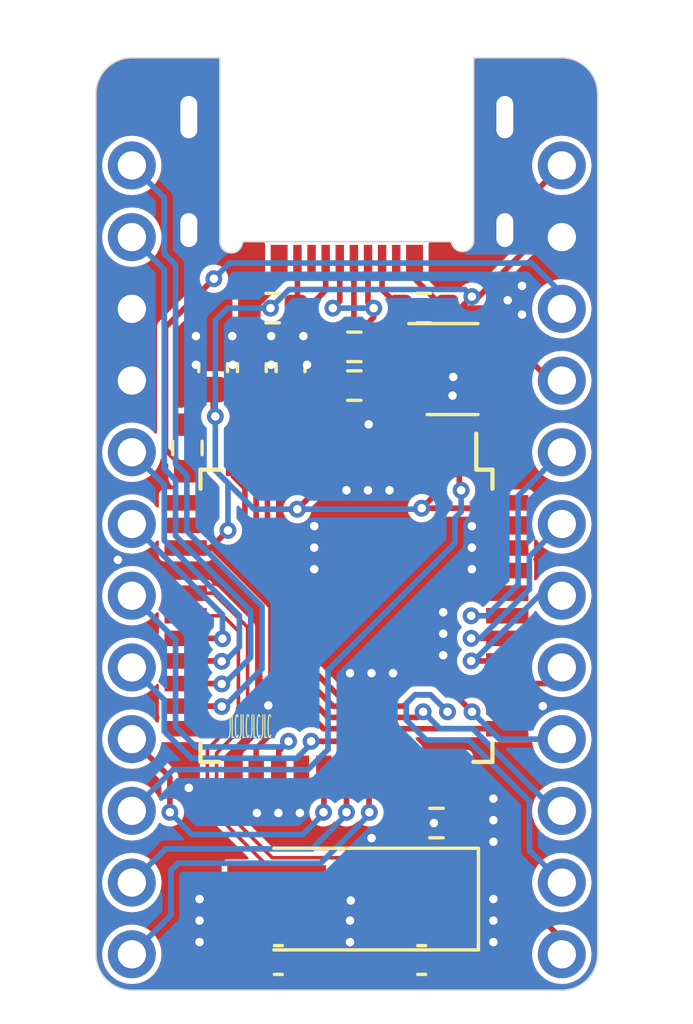
<source format=kicad_pcb>
(kicad_pcb (version 20221018) (generator pcbnew)
  (layers (0 "F.Cu" signal) (31 "B.Cu" signal) (34 "B.Paste" user) (35 "F.Paste" user) (36 "B.SilkS" user "B.Silkscreen") (37 "F.SilkS" user "F.Silkscreen") (38 "B.Mask" user) (39 "F.Mask" user) (44 "Edge.Cuts" user))
  (net 0 "")
  (net 1 "GND")
  (net 2 "Net-(C1-Pad1)")
  (net 3 "D3")
  (net 4 "D2")
  (net 5 "D1")
  (net 6 "D0")
  (net 7 "D4")
  (net 8 "C6")
  (net 9 "D7")
  (net 10 "E6")
  (net 11 "B4")
  (net 12 "B5")
  (net 13 "+5V")
  (net 14 "RESET")
  (net 15 "F4")
  (net 16 "F5")
  (net 17 "F6")
  (net 18 "F7")
  (net 19 "B1")
  (net 20 "B3")
  (net 21 "B2")
  (net 22 "B6")
  (net 23 "Net-(J3-PadB8)")
  (net 24 "Net-(J3-PadA5)")
  (net 25 "Net-(J3-PadA7)")
  (net 26 "Net-(J3-PadA6)")
  (net 27 "Net-(J3-PadA8)")
  (net 28 "Net-(J3-PadB5)")
  (net 29 "Net-(R3-Pad2)")
  (net 30 "Net-(R5-Pad1)")
  (net 31 "Net-(R6-Pad2)")
  (net 32 "Net-(U3-Pad42)")
  (net 33 "Net-(U3-Pad41)")
  (net 34 "Net-(U3-Pad40)")
  (net 35 "Net-(U3-Pad32)")
  (net 36 "Net-(U3-Pad26)")
  (net 37 "Net-(U3-Pad22)")
  (net 38 "Net-(U3-Pad12)")
  (net 39 "Net-(U3-Pad8)")
  (net 40 "Net-(C2-Pad2)")
  (net 41 "Net-(C3-Pad1)")
  (net 42 "Net-(U2-Pad6)")
  (net 43 "Net-(U2-Pad4)")
  (footprint "Capacitor_SMD:C_0603_1608Metric" (layer "F.Cu") (at 148.0058 94.4626 90)
    (fp_text reference "C1" hide)
    (fp_text value "1u")
  )
  (footprint "Capacitor_SMD:C_0603_1608Metric" (layer "F.Cu") (at 145.2626 94.4626 -90)
    (fp_text reference "C4" hide)
    (fp_text value "0.1u")
  )
  (footprint "Connector_PinSocket_2.54mm:PinSocket_1x12_P2.54mm_Vertical" (layer "F.Cu") (at 142.38 115.24 180)
    (fp_text reference "J1" hide)
    (fp_text value "Conn_01x12")
  )
  (footprint "Resistor_SMD:R_0603_1608Metric" (layer "F.Cu") (at 152.7302 92.3544 180)
    (fp_text reference "R1" hide)
    (fp_text value "5.1k")
  )
  (footprint "Connector_PinSocket_2.54mm:PinSocket_1x12_P2.54mm_Vertical" (layer "F.Cu") (at 157.62 115.24 180)
    (fp_text reference "J2" hide)
    (fp_text value "Conn_01x12")
  )
  (footprint "Package_QFP:TQFP-44_10x10mm_P0.8mm" (layer "F.Cu") (at 149.987 103.251 -90)
    (fp_text reference "U3" hide)
    (fp_text value "ATmega32U4RC-AU")
  )
  (footprint "Capacitor_SMD:C_0603_1608Metric" (layer "F.Cu") (at 146.6342 94.4626 -90)
    (fp_text reference "C8" hide)
    (fp_text value "4.7u")
  )
  (footprint "Capacitor_SMD:C_0603_1608Metric" (layer "F.Cu") (at 152.654 115.443)
    (fp_text reference "C2" hide)
    (fp_text value "22pf")
  )
  (footprint "Capacitor_SMD:C_0603_1608Metric" (layer "F.Cu") (at 147.574 115.443)
    (fp_text reference "C3" hide)
    (fp_text value "22pf")
  )
  (footprint "Crystal:Crystal_SMD_5032-2Pin_5.0x3.2mm_HandSoldering" (layer "F.Cu") (at 150.114 113.284 180)
    (fp_text reference "Y1" hide)
    (fp_text value "16mhz")
  )
  (footprint "Resistor_SMD:R_0603_1608Metric" (layer "F.Cu") (at 147.3708 92.3544)
    (fp_text reference "R2" hide)
    (fp_text value "5.1k")
  )
  (footprint "Resistor_SMD:R_0603_1608Metric" (layer "F.Cu") (at 150.2664 93.726)
    (fp_text reference "R6" hide)
    (fp_text value "22")
  )
  (footprint "Resistor_SMD:R_0603_1608Metric" (layer "F.Cu") (at 150.2664 95.0976 180)
    (fp_text reference "R5" hide)
    (fp_text value "22")
  )
  (footprint "Package_TO_SOT_SMD:SOT-23-6" (layer "F.Cu") (at 153.7462 94.5134)
    (fp_text reference "U2" hide)
    (fp_text value "USBLC6-2SC6")
  )
  (footprint "Resistor_SMD:R_0603_1608Metric" (layer "F.Cu") (at 144.3482 97.3074 90)
    (fp_text reference "R4" hide)
    (fp_text value "10k")
  )
  (footprint "Resistor_SMD:R_0603_1608Metric" (layer "F.Cu") (at 153.1752 110.5916)
    (fp_text reference "R3" hide)
    (fp_text value "10k")
  )
  (footprint "kiboard:USB-C_16P_Midmount" (layer "F.Cu") (at 150 83.49 180)
    (fp_text reference "J3" hide)
    (fp_text value "USB_C_Receptacle_USB2.0")
  )
  (gr_line (start 142.38 83.49) (end 145.5 83.49) (stroke (width 0.05)) (layer "Edge.Cuts"))
  (gr_line (start 157.62 83.49) (end 154.5 83.49) (stroke (width 0.05)) (layer "Edge.Cuts"))
  (gr_line (start 145.5 83.49) (end 145.5 90) (stroke (width 0.05)) (layer "Edge.Cuts"))
  (gr_arc (start 154.5 89.95) (mid 154.124855 90.349227) (end 153.703089 89.999614) (stroke (width 0.05)) (layer "Edge.Cuts"))
  (gr_line (start 153.7 90) (end 146.3 90) (stroke (width 0.05)) (layer "Edge.Cuts"))
  (gr_line (start 158.89 115.24) (end 158.89 84.76) (stroke (width 0.05)) (layer "Edge.Cuts"))
  (gr_line (start 141.11 115.24) (end 141.11 84.76) (stroke (width 0.05)) (layer "Edge.Cuts"))
  (gr_line (start 157.62 116.51) (end 142.38 116.51) (stroke (width 0.05)) (layer "Edge.Cuts"))
  (gr_arc (start 158.89 115.24) (mid 158.518026 116.138026) (end 157.62 116.51) (stroke (width 0.05)) (layer "Edge.Cuts"))
  (gr_arc (start 141.11 84.76) (mid 141.481974 83.861974) (end 142.38 83.49) (stroke (width 0.05)) (layer "Edge.Cuts"))
  (gr_arc (start 142.38 116.51) (mid 141.481974 116.138026) (end 141.11 115.24) (stroke (width 0.05)) (layer "Edge.Cuts"))
  (gr_arc (start 146.3 90) (mid 145.9 90.4) (end 145.5 90) (stroke (width 0.05)) (layer "Edge.Cuts"))
  (gr_line (start 154.5 83.49) (end 154.5 89.95) (stroke (width 0.05)) (layer "Edge.Cuts"))
  (gr_arc (start 157.62 83.49) (mid 158.518026 83.861974) (end 158.89 84.76) (stroke (width 0.05)) (layer "Edge.Cuts"))
  (gr_text "JLCJLCJLCJLC" (at 146.558 107.188) (layer "F.SilkS") (effects (font (size 0.8 0.15) (thickness 0.0375))))
  (segment (start 150.787 97.551) (end 150.787 96.48521) (width 0.2) (layer "F.Cu") (net 1))
  (segment (start 144.287 101.651) (end 143.193002 101.651) (width 0.2) (layer "F.Cu") (net 1))
  (segment (start 155.687 106.451) (end 156.945273 106.451) (width 0.2) (layer "F.Cu") (net 1))
  (segment (start 150.787 96.48521) (end 150.7744 96.47261) (width 0.2) (layer "F.Cu") (net 1))
  (segment (start 143.193002 101.651) (end 142.811802 101.2698) (width 0.2) (layer "F.Cu") (net 1))
  (segment (start 156.945273 106.451) (end 156.945969 106.450304) (width 0.2) (layer "F.Cu") (net 1))
  (segment (start 142.811802 101.2698) (end 141.8844 101.2698) (width 0.2) (layer "F.Cu") (net 1))
  (segment (start 152.3502 110.5916) (end 153.1874 110.5916) (width 0.2) (layer "F.Cu") (net 1))
  (via (at 154.432 100.838) (size 0.6) (drill 0.3) (layers "F.Cu" "B.Cu") (net 1))
  (via (at 154.432 100.076) (size 0.6) (drill 0.3) (layers "F.Cu" "B.Cu") (net 1))
  (via (at 153.416 103.886) (size 0.6) (drill 0.3) (layers "F.Cu" "B.Cu") (net 1))
  (via (at 144.78 113.284) (size 0.6) (drill 0.3) (layers "F.Cu" "B.Cu") (net 1))
  (via (at 155.194 114.046) (size 0.6) (drill 0.3) (layers "F.Cu" "B.Cu") (net 1))
  (via (at 155.194 110.49) (size 0.6) (drill 0.3) (layers "F.Cu" "B.Cu") (net 1))
  (via (at 155.194 111.252) (size 0.6) (drill 0.3) (layers "F.Cu" "B.Cu") (net 1))
  (via (at 155.194 109.728) (size 0.6) (drill 0.3) (layers "F.Cu" "B.Cu") (net 1))
  (via (at 148.844 100.838) (size 0.6) (drill 0.3) (layers "F.Cu" "B.Cu") (net 1))
  (via (at 148.844 100.076) (size 0.6) (drill 0.3) (layers "F.Cu" "B.Cu") (net 1))
  (via (at 148.844 101.6) (size 0.6) (drill 0.3) (layers "F.Cu" "B.Cu") (net 1))
  (via (at 150.114 105.283) (size 0.6) (drill 0.3) (layers "F.Cu" "B.Cu") (net 1))
  (via (at 150.876 105.283) (size 0.6) (drill 0.3) (layers "F.Cu" "B.Cu") (net 1))
  (via (at 151.638 105.283) (size 0.6) (drill 0.3) (layers "F.Cu" "B.Cu") (net 1))
  (via (at 155.702 92.075) (size 0.6) (drill 0.3) (layers "F.Cu" "B.Cu") (net 1))
  (via (at 155.194 114.808) (size 0.6) (drill 0.3) (layers "F.Cu" "B.Cu") (net 1))
  (via (at 150.114 114.046) (size 0.6) (drill 0.3) (layers "F.Cu" "B.Cu") (net 1))
  (via (at 153.7462 95.4532) (size 0.6) (drill 0.3) (layers "F.Cu" "B.Cu") (net 1))
  (via (at 145.955321 94.361) (size 0.6) (drill 0.3) (layers "F.Cu" "B.Cu") (net 1))
  (via (at 150.1394 113.3348) (size 0.6) (drill 0.3) (layers "F.Cu" "B.Cu") (net 1))
  (via (at 145.9388 93.345) (size 0.6) (drill 0.3) (layers "F.Cu" "B.Cu") (net 1))
  (via (at 141.8844 101.2698) (size 0.6) (drill 0.3) (layers "F.Cu" "B.Cu") (net 1))
  (via (at 147.32 93.345) (size 0.6) (drill 0.3) (layers "F.Cu" "B.Cu") (net 1))
  (via (at 150.7744 96.47261) (size 0.6) (drill 0.3) (layers "F.Cu" "B.Cu") (net 1))
  (via (at 144.653 94.361) (size 0.6) (drill 0.3) (layers "F.Cu" "B.Cu") (net 1))
  (via (at 156.945969 106.450304) (size 0.6) (drill 0.3) (layers "F.Cu" "B.Cu") (net 1))
  (via (at 148.336 110.236) (size 0.6) (drill 0.3) (layers "F.Cu" "B.Cu") (net 1))
  (via (at 154.432 101.6) (size 0.6) (drill 0.3) (layers "F.Cu" "B.Cu") (net 1))
  (via (at 144.78 114.808) (size 0.6) (drill 0.3) (layers "F.Cu" "B.Cu") (net 1))
  (via (at 148.59 94.361) (size 0.6) (drill 0.3) (layers "F.Cu" "B.Cu") (net 1))
  (via (at 150.114 114.808) (size 0.6) (drill 0.3) (layers "F.Cu" "B.Cu") (net 1))
  (via (at 151.511 98.806) (size 0.6) (drill 0.3) (layers "F.Cu" "B.Cu") (net 1))
  (via (at 148.463 93.345) (size 0.6) (drill 0.3) (layers "F.Cu" "B.Cu") (net 1))
  (via (at 147.2184 106.426) (size 0.6) (drill 0.3) (layers "F.Cu" "B.Cu") (net 1))
  (via (at 153.7716 94.7928) (size 0.6) (drill 0.3) (layers "F.Cu" "B.Cu") (net 1))
  (via (at 153.0858 110.5916) (size 0.6) (drill 0.3) (layers "F.Cu" "B.Cu") (net 1))
  (via (at 156.21 92.583) (size 0.6) (drill 0.3) (layers "F.Cu" "B.Cu") (net 1))
  (via (at 147.574 110.236) (size 0.6) (drill 0.3) (layers "F.Cu" "B.Cu") (net 1))
  (via (at 146.812 110.236) (size 0.6) (drill 0.3) (layers "F.Cu" "B.Cu") (net 1))
  (via (at 150.876 111.125) (size 0.6) (drill 0.3) (layers "F.Cu" "B.Cu") (net 1))
  (via (at 155.194 113.284) (size 0.6) (drill 0.3) (layers "F.Cu" "B.Cu") (net 1))
  (via (at 153.416 103.124) (size 0.6) (drill 0.3) (layers "F.Cu" "B.Cu") (net 1))
  (via (at 149.987 98.806) (size 0.6) (drill 0.3) (layers "F.Cu" "B.Cu") (net 1))
  (via (at 144.399 109.347) (size 0.6) (drill 0.3) (layers "F.Cu" "B.Cu") (net 1))
  (via (at 153.416 104.648) (size 0.6) (drill 0.3) (layers "F.Cu" "B.Cu") (net 1))
  (via (at 144.653 93.345) (size 0.6) (drill 0.3) (layers "F.Cu" "B.Cu") (net 1))
  (via (at 150.749 98.806) (size 0.6) (drill 0.3) (layers "F.Cu" "B.Cu") (net 1))
  (via (at 144.78 114.046) (size 0.6) (drill 0.3) (layers "F.Cu" "B.Cu") (net 1))
  (via (at 156.21 91.567) (size 0.6) (drill 0.3) (layers "F.Cu" "B.Cu") (net 1))
  (via (at 147.32 94.361) (size 0.6) (drill 0.3) (layers "F.Cu" "B.Cu") (net 1))
  (segment (start 148.0058 95.2376) (end 148.0058 95.6818) (width 0.2) (layer "F.Cu") (net 2))
  (segment (start 148.0058 95.6818) (end 148.824999 96.500999) (width 0.2) (layer "F.Cu") (net 2))
  (segment (start 149.702001 96.500999) (end 149.762001 96.560999) (width 0.2) (layer "F.Cu") (net 2))
  (segment (start 149.987 97.409) (end 149.987 97.551) (width 0.2) (layer "F.Cu") (net 2))
  (segment (start 149.762001 96.560999) (end 149.762001 97.184001) (width 0.2) (layer "F.Cu") (net 2))
  (segment (start 148.824999 96.500999) (end 149.702001 96.500999) (width 0.2) (layer "F.Cu") (net 2))
  (segment (start 149.762001 97.184001) (end 149.987 97.409) (width 0.2) (layer "F.Cu") (net 2))
  (segment (start 145.554397 106.451) (end 145.5674 106.464003) (width 0.2) (layer "F.Cu") (net 3))
  (segment (start 144.287 106.451) (end 145.554397 106.451) (width 0.2) (layer "F.Cu") (net 3))
  (via (at 145.5674 106.464003) (size 0.6) (drill 0.3) (layers "F.Cu" "B.Cu") (net 3))
  (segment (start 145.655399 106.464003) (end 145.5674 106.464003) (width 0.2) (layer "B.Cu") (net 3))
  (segment (start 143.930011 90.824313) (end 143.930011 97.878614) (width 0.2) (layer "B.Cu") (net 3))
  (segment (start 145.5674 106.464003) (end 145.542 106.438603) (width 0.2) (layer "B.Cu") (net 3))
  (segment (start 144.33002 100.252925) (end 146.992821 102.915725) (width 0.2) (layer "B.Cu") (net 3))
  (segment (start 143.930011 97.878614) (end 144.33002 98.278624) (width 0.2) (layer "B.Cu") (net 3))
  (segment (start 146.992821 102.915725) (end 146.992821 105.126581) (width 0.2) (layer "B.Cu") (net 3))
  (segment (start 142.38 87.3) (end 143.530001 88.450001) (width 0.2) (layer "B.Cu") (net 3))
  (segment (start 143.530001 90.424303) (end 143.930011 90.824313) (width 0.2) (layer "B.Cu") (net 3))
  (segment (start 143.530001 88.450001) (end 143.530001 90.424303) (width 0.2) (layer "B.Cu") (net 3))
  (segment (start 146.992821 105.126581) (end 145.655399 106.464003) (width 0.2) (layer "B.Cu") (net 3))
  (segment (start 144.33002 98.278624) (end 144.33002 100.252925) (width 0.2) (layer "B.Cu") (net 3))
  (segment (start 145.5544 105.651) (end 145.5674 105.664) (width 0.2) (layer "F.Cu") (net 4))
  (segment (start 144.287 105.651) (end 145.5544 105.651) (width 0.2) (layer "F.Cu") (net 4))
  (via (at 145.5674 105.664) (size 0.6) (drill 0.3) (layers "F.Cu" "B.Cu") (net 4))
  (segment (start 146.592811 103.081414) (end 143.993796 100.4824) (width 0.2) (layer "B.Cu") (net 4))
  (segment (start 145.5674 105.664) (end 145.654395 105.664) (width 0.2) (layer "B.Cu") (net 4))
  (segment (start 142.38 89.84) (end 143.530001 90.990001) (width 0.2) (layer "B.Cu") (net 4))
  (segment (start 143.530001 90.990001) (end 143.530001 98.044303) (width 0.2) (layer "B.Cu") (net 4))
  (segment (start 143.530001 98.044303) (end 143.811948 98.32625) (width 0.2) (layer "B.Cu") (net 4))
  (segment (start 143.81195 98.32625) (end 143.69569 98.209991) (width 0.2) (layer "B.Cu") (net 4))
  (segment (start 143.930011 98.444312) (end 143.81195 98.32625) (width 0.2) (layer "B.Cu") (net 4))
  (segment (start 145.654395 105.664) (end 146.592811 104.725584) (width 0.2) (layer "B.Cu") (net 4))
  (segment (start 143.811948 98.32625) (end 143.81195 98.32625) (width 0.2) (layer "B.Cu") (net 4))
  (segment (start 146.592811 104.725584) (end 146.592811 103.081414) (width 0.2) (layer "B.Cu") (net 4))
  (segment (start 143.930011 100.418615) (end 143.930011 98.444312) (width 0.2) (layer "B.Cu") (net 4))
  (segment (start 143.993796 100.4824) (end 143.930011 100.418615) (width 0.2) (layer "B.Cu") (net 4))
  (segment (start 144.287 104.851) (end 145.554621 104.851) (width 0.2) (layer "F.Cu") (net 5))
  (segment (start 145.554621 104.851) (end 145.567007 104.863386) (width 0.2) (layer "F.Cu") (net 5))
  (via (at 145.567007 104.863386) (size 0.6) (drill 0.3) (layers "F.Cu" "B.Cu") (net 5))
  (segment (start 145.681216 104.863386) (end 145.567007 104.863386) (width 0.2) (layer "B.Cu") (net 5))
  (segment (start 142.38 97.46) (end 143.530001 98.610001) (width 0.2) (layer "B.Cu") (net 5))
  (segment (start 146.192801 103.247103) (end 146.192801 104.351801) (width 0.2) (layer "B.Cu") (net 5))
  (segment (start 143.530001 100.584303) (end 146.192801 103.247103) (width 0.2) (layer "B.Cu") (net 5))
  (segment (start 143.530001 98.610001) (end 143.530001 100.584303) (width 0.2) (layer "B.Cu") (net 5))
  (segment (start 146.192801 104.351801) (end 145.681216 104.863386) (width 0.2) (layer "B.Cu") (net 5))
  (segment (start 145.58 104.051) (end 145.5928 104.0638) (width 0.2) (layer "F.Cu") (net 6))
  (segment (start 144.287 104.051) (end 145.58 104.051) (width 0.2) (layer "F.Cu") (net 6))
  (via (at 145.5928 104.0638) (size 0.6) (drill 0.3) (layers "F.Cu" "B.Cu") (net 6))
  (segment (start 145.5928 103.2128) (end 145.5928 104.0638) (width 0.2) (layer "B.Cu") (net 6))
  (segment (start 142.38 100) (end 145.5928 103.2128) (width 0.2) (layer "B.Cu") (net 6))
  (segment (start 147.587 108.951) (end 147.587 108.043522) (width 0.2) (layer "F.Cu") (net 7))
  (segment (start 147.587 108.043522) (end 147.93318 107.697342) (width 0.2) (layer "F.Cu") (net 7))
  (via (at 147.93318 107.697342) (size 0.6) (drill 0.3) (layers "F.Cu" "B.Cu") (net 7))
  (segment (start 147.734532 107.89599) (end 147.93318 107.697342) (width 0.2) (layer "B.Cu") (net 7))
  (segment (start 142.38 102.54) (end 143.930011 104.090011) (width 0.2) (layer "B.Cu") (net 7))
  (segment (start 144.64979 107.89599) (end 147.405073 107.89599) (width 0.2) (layer "B.Cu") (net 7))
  (segment (start 147.405073 107.89599) (end 147.734532 107.89599) (width 0.2) (layer "B.Cu") (net 7))
  (segment (start 143.930011 104.090011) (end 143.930011 107.176211) (width 0.2) (layer "B.Cu") (net 7))
  (segment (start 143.930011 107.176211) (end 144.64979 107.89599) (width 0.2) (layer "B.Cu") (net 7))
  (segment (start 152.081999 107.695999) (end 148.73318 107.695999) (width 0.2) (layer "F.Cu") (net 8))
  (segment (start 152.387 108.951) (end 152.387 108.001) (width 0.2) (layer "F.Cu") (net 8))
  (segment (start 152.387 108.001) (end 152.081999 107.695999) (width 0.2) (layer "F.Cu") (net 8))
  (via (at 148.73318 107.695999) (size 0.6) (drill 0.3) (layers "F.Cu" "B.Cu") (net 8))
  (segment (start 143.530001 106.230001) (end 143.530001 107.341899) (width 0.2) (layer "B.Cu") (net 8))
  (segment (start 148.73318 107.785344) (end 148.73318 107.695999) (width 0.2) (layer "B.Cu") (net 8))
  (segment (start 148.221181 108.297343) (end 148.73318 107.785344) (width 0.2) (layer "B.Cu") (net 8))
  (segment (start 144.485445 108.297343) (end 148.221181 108.297343) (width 0.2) (layer "B.Cu") (net 8))
  (segment (start 142.38 105.08) (end 143.530001 106.230001) (width 0.2) (layer "B.Cu") (net 8))
  (segment (start 143.530001 107.341899) (end 144.485445 108.297343) (width 0.2) (layer "B.Cu") (net 8))
  (segment (start 149.187 108.951) (end 149.187 110.1978) (width 0.2) (layer "F.Cu") (net 9))
  (segment (start 143.729031 108.969031) (end 142.38 107.62) (width 0.2) (layer "F.Cu") (net 9))
  (segment (start 149.187 110.1978) (end 149.1742 110.2106) (width 0.2) (layer "F.Cu") (net 9))
  (segment (start 143.729031 110.2112) (end 143.729031 108.969031) (width 0.2) (layer "F.Cu") (net 9))
  (via (at 149.1742 110.2106) (size 0.6) (drill 0.3) (layers "F.Cu" "B.Cu") (net 9))
  (via (at 143.729031 110.2112) (size 0.6) (drill 0.3) (layers "F.Cu" "B.Cu") (net 9))
  (segment (start 144.515831 110.998) (end 143.729031 110.2112) (width 0.2) (layer "B.Cu") (net 9))
  (segment (start 148.4376 110.998) (end 144.515831 110.998) (width 0.2) (layer "B.Cu") (net 9))
  (segment (start 149.1742 110.2106) (end 149.1742 110.2614) (width 0.2) (layer "B.Cu") (net 9))
  (segment (start 149.1742 110.2614) (end 148.4376 110.998) (width 0.2) (layer "B.Cu") (net 9))
  (segment (start 153.987 97.551) (end 153.987 98.742) (width 0.2) (layer "F.Cu") (net 10))
  (segment (start 153.987 98.742) (end 154.051 98.806) (width 0.2) (layer "F.Cu") (net 10))
  (via (at 154.051 98.806) (size 0.6) (drill 0.3) (layers "F.Cu" "B.Cu") (net 10))
  (segment (start 149.333181 107.984) (end 149.333181 105.174819) (width 0.2) (layer "B.Cu") (net 10))
  (segment (start 153.831999 99.787999) (end 154.051 99.568998) (width 0.2) (layer "B.Cu") (net 10))
  (segment (start 149.333181 105.174819) (end 153.831999 100.676001) (width 0.2) (layer "B.Cu") (net 10))
  (segment (start 142.38 110.16) (end 143.842647 108.697353) (width 0.2) (layer "B.Cu") (net 10))
  (segment (start 148.619828 108.697353) (end 149.333181 107.984) (width 0.2) (layer "B.Cu") (net 10))
  (segment (start 153.831999 100.676001) (end 153.831999 99.787999) (width 0.2) (layer "B.Cu") (net 10))
  (segment (start 143.842647 108.697353) (end 148.619828 108.697353) (width 0.2) (layer "B.Cu") (net 10))
  (segment (start 154.051 99.568998) (end 154.051 98.806) (width 0.2) (layer "B.Cu") (net 10))
  (segment (start 149.987 108.951) (end 149.987 110.2106) (width 0.2) (layer "F.Cu") (net 11))
  (via (at 149.987 110.2106) (size 0.6) (drill 0.3) (layers "F.Cu" "B.Cu") (net 11))
  (segment (start 148.766802 111.506) (end 143.574 111.506) (width 0.2) (layer "B.Cu") (net 11))
  (segment (start 149.987 110.2106) (end 149.987 110.285802) (width 0.2) (layer "B.Cu") (net 11))
  (segment (start 143.574 111.506) (end 142.38 112.7) (width 0.2) (layer "B.Cu") (net 11))
  (segment (start 149.987 110.285802) (end 148.766802 111.506) (width 0.2) (layer "B.Cu") (net 11))
  (segment (start 150.787 110.1978) (end 150.7998 110.2106) (width 0.2) (layer "F.Cu") (net 12))
  (segment (start 150.787 108.951) (end 150.787 110.1978) (width 0.2) (layer "F.Cu") (net 12))
  (via (at 150.7998 110.2106) (size 0.6) (drill 0.3) (layers "F.Cu" "B.Cu") (net 12))
  (segment (start 143.764 112.268) (end 144.018 112.014) (width 0.2) (layer "B.Cu") (net 12))
  (segment (start 149.071602 112.014) (end 150.7998 110.285802) (width 0.2) (layer "B.Cu") (net 12))
  (segment (start 150.7998 110.285802) (end 150.7998 110.2106) (width 0.2) (layer "B.Cu") (net 12))
  (segment (start 144.018 112.014) (end 149.071602 112.014) (width 0.2) (layer "B.Cu") (net 12))
  (segment (start 143.764 113.856) (end 143.764 112.268) (width 0.2) (layer "B.Cu") (net 12))
  (segment (start 142.38 115.24) (end 143.764 113.856) (width 0.2) (layer "B.Cu") (net 12))
  (segment (start 155.956 93.662499) (end 157.213501 94.92) (width 0.2) (layer "F.Cu") (net 13))
  (segment (start 146.787 107.95552) (end 147.646522 107.095998) (width 0.2) (layer "F.Cu") (net 13))
  (segment (start 154.749 99.251) (end 155.687 99.251) (width 0.2) (layer "F.Cu") (net 13))
  (segment (start 153.5552 92.3544) (end 153.449398 92.3544) (width 0.2) (layer "F.Cu") (net 13))
  (segment (start 144.3482 96.4824) (end 144.3482 96.152) (width 0.2) (layer "F.Cu") (net 13))
  (segment (start 147.311399 102.925399) (end 147.311399 105.386216) (width 0.2) (layer "F.Cu") (net 13))
  (segment (start 153.8224 93.1164) (end 153.8224 93.934602) (width 0.2) (layer "F.Cu") (net 13))
  (segment (start 144.287 100.851) (end 145.237 100.851) (width 0.2) (layer "F.Cu") (net 13))
  (segment (start 153.5552 92.3544) (end 153.5552 92.8492) (width 0.2) (layer "F.Cu") (net 13))
  (segment (start 155.687 107.251) (end 153.7848 107.251) (width 0.2) (layer "F.Cu") (net 13))
  (segment (start 153.187 98.908) (end 153.187 97.551) (width 0.2) (layer "F.Cu") (net 13))
  (segment (start 147.6 91.465) (end 146.7106 92.3544) (width 0.2) (layer "F.Cu") (net 13))
  (segment (start 152.4 90.69) (end 152.4 91.305002) (width 0.2) (layer "F.Cu") (net 13))
  (segment (start 146.787 108.951) (end 146.787 107.95552) (width 0.2) (layer "F.Cu") (net 13))
  (segment (start 147.646522 107.095998) (end 149.02118 107.095998) (width 0.2) (layer "F.Cu") (net 13))
  (segment (start 146.5458 92.3544) (end 147.2946 92.3544) (width 0.2) (layer "F.Cu") (net 13))
  (segment (start 157.62 87.3) (end 156.40001 88.51999) (width 0.2) (layer "F.Cu") (net 13))
  (segment (start 145.237 100.851) (end 147.311399 102.925399) (width 0.2) (layer "F.Cu") (net 13))
  (segment (start 147.311399 105.386216) (end 149.029391 107.104209) (width 0.2) (layer "F.Cu") (net 13))
  (segment (start 154.559 99.441) (end 154.749 99.251) (width 0.2) (layer "F.Cu") (net 13))
  (segment (start 154.076199 94.188401) (end 154.521201 94.188401) (width 0.2) (layer "F.Cu") (net 13))
  (segment (start 146.6342 95.2376) (end 145.2626 95.2376) (width 0.2) (layer "F.Cu") (net 13))
  (segment (start 145.16439 100.851) (end 145.78699 100.2284) (width 0.2) (layer "F.Cu") (net 13))
  (segment (start 152.654 99.441) (end 153.187 98.908) (width 0.2) (layer "F.Cu") (net 13))
  (segment (start 152.4 91.305002) (end 152.659999 91.565001) (width 0.2) (layer "F.Cu") (net 13))
  (segment (start 157.213501 94.92) (end 157.62 94.92) (width 0.2) (layer "F.Cu") (net 13))
  (segment (start 145.2626 96.1136) (end 145.3388 96.1898) (width 0.2) (layer "F.Cu") (net 13))
  (segment (start 149.02118 107.095998) (end 149.029391 107.104209) (width 0.2) (layer "F.Cu") (net 13))
  (segment (start 156.40001 90.221374) (end 154.673384 91.948) (width 0.2) (layer "F.Cu") (net 13))
  (segment (start 154.0256 92.3544) (end 154.432 91.948) (width 0.2) (layer "F.Cu") (net 13))
  (segment (start 152.654 99.441) (end 154.559 99.441) (width 0.2) (layer "F.Cu") (net 13))
  (segment (start 144.3482 96.152) (end 145.2626 95.2376) (width 0.2) (layer "F.Cu") (net 13))
  (segment (start 153.8224 93.934602) (end 154.076199 94.188401) (width 0.2) (layer "F.Cu") (net 13))
  (segment (start 155.032202 92.3544) (end 155.956 93.278198) (width 0.2) (layer "F.Cu") (net 13))
  (segment (start 153.5552 92.3544) (end 154.0256 92.3544) (width 0.2) (layer "F.Cu") (net 13))
  (segment (start 153.784799 107.251001) (end 153.7848 107.251) (width 0.2) (layer "F.Cu") (net 13))
  (segment (start 153.449398 92.3544) (end 152.659999 91.565001) (width 0.2) (layer "F.Cu") (net 13))
  (segment (start 153.5552 92.8492) (end 153.8224 93.1164) (width 0.2) (layer "F.Cu") (net 13))
  (segment (start 154.521201 94.188401) (end 154.8462 94.5134) (width 0.2) (layer "F.Cu") (net 13))
  (segment (start 146.7106 92.3544) (end 146.5458 92.3544) (width 0.2) (layer "F.Cu") (net 13))
  (segment (start 153.5552 92.3544) (end 155.032202 92.3544) (width 0.2) (layer "F.Cu") (net 13))
  (segment (start 149.176184 107.251001) (end 153.784799 107.251001) (width 0.2) (layer "F.Cu") (net 13))
  (segment (start 145.2626 95.2376) (end 145.2626 96.1136) (width 0.2) (layer "F.Cu") (net 13))
  (segment (start 144.287 100.851) (end 145.16439 100.851) (width 0.2) (layer "F.Cu") (net 13))
  (segment (start 149.187 98.533) (end 148.244001 99.475999) (width 0.2) (layer "F.Cu") (net 13))
  (segment (start 147.6 90.69) (end 147.6 91.465) (width 0.2) (layer "F.Cu") (net 13))
  (segment (start 156.40001 88.51999) (end 156.40001 90.221374) (width 0.2) (layer "F.Cu") (net 13))
  (segment (start 155.956 93.278198) (end 155.956 93.662499) (width 0.2) (layer "F.Cu") (net 13))
  (segment (start 149.187 97.551) (end 149.187 98.533) (width 0.2) (layer "F.Cu") (net 13))
  (segment (start 154.673384 91.948) (end 154.432 91.948) (width 0.2) (layer "F.Cu") (net 13))
  (segment (start 149.029391 107.104209) (end 149.176184 107.251001) (width 0.2) (layer "F.Cu") (net 13))
  (via (at 148.244001 99.475999) (size 0.6) (drill 0.3) (layers "F.Cu" "B.Cu") (net 13))
  (via (at 145.78699 100.2284) (size 0.6) (drill 0.3) (layers "F.Cu" "B.Cu") (net 13))
  (via (at 154.432 91.948) (size 0.6) (drill 0.3) (layers "F.Cu" "B.Cu") (net 13))
  (via (at 147.2946 92.3544) (size 0.6) (drill 0.3) (layers "F.Cu" "B.Cu") (net 13))
  (via (at 152.654 99.441) (size 0.6) (drill 0.3) (layers "F.Cu" "B.Cu") (net 13))
  (via (at 145.3388 96.1898) (size 0.6) (drill 0.3) (layers "F.Cu" "B.Cu") (net 13))
  (segment (start 145.78699 100.2284) (end 145.78699 98.549889) (width 0.2) (layer "B.Cu") (net 13))
  (segment (start 146.7131 99.475999) (end 148.244001 99.475999) (width 0.2) (layer "B.Cu") (net 13))
  (segment (start 145.3388 96.1898) (end 145.3388 98.101699) (width 0.2) (layer "B.Cu") (net 13))
  (segment (start 145.3388 96.1898) (end 145.3388 92.7862) (width 0.2) (layer "B.Cu") (net 13))
  (segment (start 147.2946 92.3544) (end 147.955 91.694) (width 0.2) (layer "B.Cu") (net 13))
  (segment (start 145.7706 92.3544) (end 147.2946 92.3544) (width 0.2) (layer "B.Cu") (net 13))
  (segment (start 145.78699 98.549889) (end 145.3388 98.101699) (width 0.2) (layer "B.Cu") (net 13))
  (segment (start 145.406248 96.122352) (end 145.3388 96.1898) (width 0.2) (layer "B.Cu") (net 13))
  (segment (start 152.619001 99.475999) (end 152.654 99.441) (width 0.2) (layer "B.Cu") (net 13))
  (segment (start 148.244001 99.475999) (end 152.619001 99.475999) (width 0.2) (layer "B.Cu") (net 13))
  (segment (start 145.3388 98.101699) (end 146.7131 99.475999) (width 0.2) (layer "B.Cu") (net 13))
  (segment (start 145.3388 92.7862) (end 145.7706 92.3544) (width 0.2) (layer "B.Cu") (net 13))
  (segment (start 154.178 91.694) (end 154.432 91.948) (width 0.2) (layer "B.Cu") (net 13))
  (segment (start 147.955 91.694) (end 154.178 91.694) (width 0.2) (layer "B.Cu") (net 13))
  (segment (start 145.337001 98.646201) (end 145.337001 99.766001) (width 0.2) (layer "F.Cu") (net 14))
  (segment (start 144.3482 98.1324) (end 143.57319 97.35739) (width 0.2) (layer "F.Cu") (net 14))
  (segment (start 145.337001 99.766001) (end 145.052002 100.051) (width 0.2) (layer "F.Cu") (net 14))
  (segment (start 144.8232 98.1324) (end 145.337001 98.646201) (width 0.2) (layer "F.Cu") (net 14))
  (segment (start 143.57319 97.35739) (end 143.57319 93.02781) (width 0.2) (layer "F.Cu") (net 14))
  (segment (start 145.052002 100.051) (end 144.287 100.051) (width 0.2) (layer "F.Cu") (net 14))
  (segment (start 143.57319 93.02781) (end 145.288 91.313) (width 0.2) (layer "F.Cu") (net 14))
  (segment (start 144.3482 98.1324) (end 144.8232 98.1324) (width 0.2) (layer "F.Cu") (net 14))
  (via (at 145.288 91.313) (size 0.6) (drill 0.3) (layers "F.Cu" "B.Cu") (net 14))
  (segment (start 145.841999 90.759001) (end 145.288 91.313) (width 0.2) (layer "B.Cu") (net 14))
  (segment (start 157.62 91.834) (end 156.545001 90.759001) (width 0.2) (layer "B.Cu") (net 14))
  (segment (start 156.545001 90.759001) (end 145.841999 90.759001) (width 0.2) (layer "B.Cu") (net 14))
  (segment (start 157.62 92.38) (end 157.62 91.834) (width 0.2) (layer "B.Cu") (net 14))
  (segment (start 154.406794 103.251) (end 154.4066 103.251194) (width 0.2) (layer "F.Cu") (net 15))
  (segment (start 155.687 103.251) (end 154.406794 103.251) (width 0.2) (layer "F.Cu") (net 15))
  (via (at 154.4066 103.251194) (size 0.6) (drill 0.3) (layers "F.Cu" "B.Cu") (net 15))
  (segment (start 156.069989 102.144413) (end 154.963208 103.251194) (width 0.2) (layer "B.Cu") (net 15))
  (segment (start 156.069989 99.010011) (end 156.069989 102.144413) (width 0.2) (layer "B.Cu") (net 15))
  (segment (start 154.963208 103.251194) (end 154.4066 103.251194) (width 0.2) (layer "B.Cu") (net 15))
  (segment (start 157.62 97.46) (end 156.069989 99.010011) (width 0.2) (layer "B.Cu") (net 15))
  (segment (start 155.687 104.051) (end 154.406797 104.051) (width 0.2) (layer "F.Cu") (net 16))
  (segment (start 154.406797 104.051) (end 154.4066 104.051197) (width 0.2) (layer "F.Cu") (net 16))
  (via (at 154.4066 104.051197) (size 0.6) (drill 0.3) (layers "F.Cu" "B.Cu") (net 16))
  (segment (start 157.62 100) (end 156.469999 101.150001) (width 0.2) (layer "B.Cu") (net 16))
  (segment (start 154.728903 104.051197) (end 154.4066 104.051197) (width 0.2) (layer "B.Cu") (net 16))
  (segment (start 156.469999 102.310101) (end 154.728903 104.051197) (width 0.2) (layer "B.Cu") (net 16))
  (segment (start 156.469999 101.150001) (end 156.469999 102.310101) (width 0.2) (layer "B.Cu") (net 16))
  (segment (start 154.4068 104.851) (end 154.4066 104.8512) (width 0.2) (layer "F.Cu") (net 17))
  (segment (start 155.687 104.851) (end 154.4068 104.851) (width 0.2) (layer "F.Cu") (net 17))
  (via (at 154.4066 104.8512) (size 0.6) (drill 0.3) (layers "F.Cu" "B.Cu") (net 17))
  (segment (start 156.805799 102.54) (end 157.62 102.54) (width 0.2) (layer "B.Cu") (net 17))
  (segment (start 154.494599 104.8512) (end 156.805799 102.54) (width 0.2) (layer "B.Cu") (net 17))
  (segment (start 154.4066 104.8512) (end 154.494599 104.8512) (width 0.2) (layer "B.Cu") (net 17))
  (segment (start 157.049 105.651) (end 157.62 105.08) (width 0.2) (layer "F.Cu") (net 18))
  (segment (start 155.687 105.651) (end 157.049 105.651) (width 0.2) (layer "F.Cu") (net 18))
  (segment (start 152.251109 105.650991) (end 152.488587 105.650991) (width 0.2) (layer "F.Cu") (net 19))
  (segment (start 148.511429 102.428335) (end 148.511429 104.889152) (width 0.2) (layer "F.Cu") (net 19))
  (segment (start 151.851129 106.050971) (end 152.251109 105.650991) (width 0.2) (layer "F.Cu") (net 19))
  (segment (start 153.436987 105.650989) (end 154.436998 106.651) (width 0.2) (layer "F.Cu") (net 19))
  (segment (start 147.587 98.316002) (end 147.18701 98.715992) (width 0.2) (layer "F.Cu") (net 19))
  (segment (start 147.18701 98.715992) (end 147.18701 101.103916) (width 0.2) (layer "F.Cu") (net 19))
  (segment (start 152.488589 105.650989) (end 153.436987 105.650989) (width 0.2) (layer "F.Cu") (net 19))
  (segment (start 147.587 97.551) (end 147.587 98.316002) (width 0.2) (layer "F.Cu") (net 19))
  (segment (start 148.511429 104.889152) (end 149.673248 106.050971) (width 0.2) (layer "F.Cu") (net 19))
  (segment (start 147.18701 101.103916) (end 148.511429 102.428335) (width 0.2) (layer "F.Cu") (net 19))
  (segment (start 152.488587 105.650991) (end 152.488589 105.650989) (width 0.2) (layer "F.Cu") (net 19))
  (segment (start 149.673248 106.050971) (end 151.851129 106.050971) (width 0.2) (layer "F.Cu") (net 19))
  (via (at 154.436998 106.651) (size 0.6) (drill 0.3) (layers "F.Cu" "B.Cu") (net 19))
  (segment (start 155.405998 107.62) (end 154.436998 106.651) (width 0.2) (layer "B.Cu") (net 19))
  (segment (start 157.62 107.62) (end 155.405998 107.62) (width 0.2) (layer "B.Cu") (net 19))
  (segment (start 145.987 98.316002) (end 146.38699 98.715992) (width 0.2) (layer "F.Cu") (net 20))
  (segment (start 149.341872 106.850991) (end 152.504809 106.850991) (width 0.2) (layer "F.Cu") (net 20))
  (segment (start 146.38699 98.715992) (end 146.38699 101.435292) (width 0.2) (layer "F.Cu") (net 20))
  (segment (start 147.711409 105.220528) (end 149.341872 106.850991) (width 0.2) (layer "F.Cu") (net 20))
  (segment (start 146.38699 101.435292) (end 147.711409 102.759711) (width 0.2) (layer "F.Cu") (net 20))
  (segment (start 145.987 97.551) (end 145.987 98.316002) (width 0.2) (layer "F.Cu") (net 20))
  (segment (start 152.504809 106.850991) (end 152.7048 106.651) (width 0.2) (layer "F.Cu") (net 20))
  (segment (start 147.711409 102.759711) (end 147.711409 105.220528) (width 0.2) (layer "F.Cu") (net 20))
  (via (at 152.7048 106.651) (size 0.6) (drill 0.3) (layers "F.Cu" "B.Cu") (net 20))
  (segment (start 153.304801 107.251001) (end 152.7048 106.651) (width 0.2) (layer "B.Cu") (net 20))
  (segment (start 157.3803 110.16) (end 154.471301 107.251001) (width 0.2) (layer "B.Cu") (net 20))
  (segment (start 157.62 110.16) (end 157.3803 110.16) (width 0.2) (layer "B.Cu") (net 20))
  (segment (start 157.410201 110.16) (end 157.62 110.16) (width 0.2) (layer "B.Cu") (net 20))
  (segment (start 154.471301 107.251001) (end 153.304801 107.251001) (width 0.2) (layer "B.Cu") (net 20))
  (segment (start 152.016817 106.450981) (end 152.416799 106.050999) (width 0.2) (layer "F.Cu") (net 21))
  (segment (start 148.111419 105.05484) (end 149.50756 106.450981) (width 0.2) (layer "F.Cu") (net 21))
  (segment (start 146.787 101.269604) (end 148.111419 102.594023) (width 0.2) (layer "F.Cu") (net 21))
  (segment (start 146.787 97.551) (end 146.787 101.269604) (width 0.2) (layer "F.Cu") (net 21))
  (segment (start 149.50756 106.450981) (end 152.016817 106.450981) (width 0.2) (layer "F.Cu") (net 21))
  (segment (start 148.111419 102.594023) (end 148.111419 105.05484) (width 0.2) (layer "F.Cu") (net 21))
  (segment (start 152.968399 106.050999) (end 153.5684 106.651) (width 0.2) (layer "F.Cu") (net 21))
  (segment (start 152.416799 106.050999) (end 152.968399 106.050999) (width 0.2) (layer "F.Cu") (net 21))
  (via (at 153.5684 106.651) (size 0.6) (drill 0.3) (layers "F.Cu" "B.Cu") (net 21))
  (segment (start 152.104799 106.939001) (end 152.816809 107.651011) (width 0.2) (layer "B.Cu") (net 21))
  (segment (start 156.469999 111.549999) (end 157.62 112.7) (width 0.2) (layer "B.Cu") (net 21))
  (segment (start 154.305613 107.651011) (end 156.469999 109.815397) (width 0.2) (layer "B.Cu") (net 21))
  (segment (start 152.416799 106.050999) (end 152.104799 106.362999) (width 0.2) (layer "B.Cu") (net 21))
  (segment (start 152.104799 106.362999) (end 152.104799 106.939001) (width 0.2) (layer "B.Cu") (net 21))
  (segment (start 153.5684 106.651) (end 152.968399 106.050999) (width 0.2) (layer "B.Cu") (net 21))
  (segment (start 152.968399 106.050999) (end 152.416799 106.050999) (width 0.2) (layer "B.Cu") (net 21))
  (segment (start 152.816809 107.651011) (end 154.305613 107.651011) (width 0.2) (layer "B.Cu") (net 21))
  (segment (start 156.469999 109.815397) (end 156.469999 111.549999) (width 0.2) (layer "B.Cu") (net 21))
  (segment (start 152.360477 111.783999) (end 154.704001 111.783999) (width 0.2) (layer "F.Cu") (net 22))
  (segment (start 151.587 108.951) (end 151.587 111.010522) (width 0.2) (layer "F.Cu") (net 22))
  (segment (start 157.62 114.699998) (end 157.62 115.24) (width 0.2) (layer "F.Cu") (net 22))
  (segment (start 154.704001 111.783999) (end 157.62 114.699998) (width 0.2) (layer "F.Cu") (net 22))
  (segment (start 151.587 111.010522) (end 152.360477 111.783999) (width 0.2) (layer "F.Cu") (net 22))
  (segment (start 151.25 90.69) (end 151.25 91.6992) (width 0.2) (layer "F.Cu") (net 24))
  (segment (start 151.25 91.6992) (end 151.9052 92.3544) (width 0.2) (layer "F.Cu") (net 24))
  (segment (start 149.75 92.1088) (end 149.5044 92.3544) (width 0.2) (layer "F.Cu") (net 25))
  (segment (start 149.75 90.69) (end 149.75 92.1088) (width 0.2) (layer "F.Cu") (net 25))
  (segment (start 149.4414 94.999779) (end 149.4414 95.0976) (width 0.2) (layer "F.Cu") (net 25))
  (segment (start 150.9522 92.683078) (end 150.14141 93.493868) (width 0.2) (layer "F.Cu") (net 25))
  (segment (start 150.75 92.1522) (end 150.9522 92.3544) (width 0.2) (layer "F.Cu") (net 25))
  (segment (start 150.75 90.69) (end 150.75 92.1522) (width 0.2) (layer "F.Cu") (net 25))
  (segment (start 150.14141 94.299769) (end 149.4414 94.999779) (width 0.2) (layer "F.Cu") (net 25))
  (segment (start 150.14141 93.493868) (end 150.14141 94.299769) (width 0.2) (layer "F.Cu") (net 25))
  (segment (start 150.9522 92.3544) (end 150.9522 92.683078) (width 0.2) (layer "F.Cu") (net 25))
  (via (at 150.9522 92.3544) (size 0.6) (drill 0.3) (layers "F.Cu" "B.Cu") (net 25))
  (via (at 149.5044 92.3544) (size 0.6) (drill 0.3) (layers "F.Cu" "B.Cu") (net 25))
  (segment (start 149.5044 92.3544) (end 150.9522 92.3544) (width 0.2) (layer "B.Cu") (net 25))
  (segment (start 149.25 90.69) (end 149.25 91.720798) (width 0.2) (layer "F.Cu") (net 26))
  (segment (start 149.25 91.720798) (end 148.89581 92.074988) (width 0.2) (layer "F.Cu") (net 26))
  (segment (start 148.89581 92.074988) (end 148.89581 92.63481) (width 0.2) (layer "F.Cu") (net 26))
  (segment (start 149.4414 93.536522) (end 149.4414 93.726) (width 0.2) (layer "F.Cu") (net 26))
  (segment (start 150.25 92.727922) (end 149.4414 93.536522) (width 0.2) (layer "F.Cu") (net 26))
  (segment (start 149.4414 93.1804) (end 149.4414 93.726) (width 0.2) (layer "F.Cu") (net 26))
  (segment (start 148.89581 92.63481) (end 149.4414 93.1804) (width 0.2) (layer "F.Cu") (net 26))
  (segment (start 150.25 90.69) (end 150.25 92.727922) (width 0.2) (layer "F.Cu") (net 26))
  (segment (start 148.25 92.1102) (end 148.25 90.69) (width 0.2) (layer "F.Cu") (net 28))
  (segment (start 148.0058 92.3544) (end 148.25 92.1102) (width 0.2) (layer "F.Cu") (net 28))
  (segment (start 153.987 110.5784) (end 154.0002 110.5916) (width 0.2) (layer "F.Cu") (net 29))
  (segment (start 153.987 108.951) (end 153.987 110.5784) (width 0.2) (layer "F.Cu") (net 29))
  (segment (start 151.816199 94.372801) (end 151.816199 93.948399) (width 0.2) (layer "F.Cu") (net 30))
  (segment (start 152.201198 93.5634) (end 152.6462 93.5634) (width 0.2) (layer "F.Cu") (net 30))
  (segment (start 151.0914 95.0976) (end 151.816199 94.372801) (width 0.2) (layer "F.Cu") (net 30))
  (segment (start 151.816199 93.948399) (end 152.201198 93.5634) (width 0.2) (layer "F.Cu") (net 30))
  (segment (start 150.684288 95.87261) (end 150.39139 95.579712) (width 0.2) (layer "F.Cu") (net 31))
  (segment (start 152.6462 95.4634) (end 151.907722 95.4634) (width 0.2) (layer "F.Cu") (net 31))
  (segment (start 151.907722 95.4634) (end 151.498512 95.87261) (width 0.2) (layer "F.Cu") (net 31))
  (segment (start 151.0914 93.915478) (end 151.0914 93.726) (width 0.2) (layer "F.Cu") (net 31))
  (segment (start 150.39139 95.579712) (end 150.39139 94.615488) (width 0.2) (layer "F.Cu") (net 31))
  (segment (start 150.39139 94.615488) (end 151.0914 93.915478) (width 0.2) (layer "F.Cu") (net 31))
  (segment (start 151.498512 95.87261) (end 150.684288 95.87261) (width 0.2) (layer "F.Cu") (net 31))
  (segment (start 144.287 102.451) (end 145.276443 102.451) (width 0.127) (layer "F.Cu") (net 40))
  (segment (start 151.250499 111.820499) (end 147.357197 111.820499) (width 0.127) (layer "F.Cu") (net 40))
  (segment (start 145.940992 103.11555) (end 146.483311 103.657868) (width 0.127) (layer "F.Cu") (net 40))
  (segment (start 153.429 113.999) (end 152.714 113.284) (width 0.2) (layer "F.Cu") (net 40))
  (segment (start 145.383253 108.116509) (end 146.269781 107.229981) (width 0.127) (layer "F.Cu") (net 40))
  (segment (start 152.714 113.284) (end 151.250499 111.820499) (width 0.127) (layer "F.Cu") (net 40))
  (segment (start 146.269781 107.229981) (end 145.905362 107.5944) (width 0.127) (layer "F.Cu") (net 40))
  (segment (start 146.483311 103.657868) (end 146.483311 107.016452) (width 0.127) (layer "F.Cu") (net 40))
  (segment (start 145.383253 109.846555) (end 145.383253 108.116509) (width 0.127) (layer "F.Cu") (net 40))
  (segment (start 146.483311 107.016452) (end 146.269781 107.229981) (width 0.127) (layer "F.Cu") (net 40))
  (segment (start 153.429 115.443) (end 153.429 113.999) (width 0.2) (layer "F.Cu") (net 40))
  (segment (start 147.357197 111.820499) (end 145.383253 109.846555) (width 0.127) (layer "F.Cu") (net 40))
  (segment (start 145.276443 102.451) (end 145.940992 103.11555) (width 0.127) (layer "F.Cu") (net 40))
  (segment (start 145.613982 103.251) (end 146.156301 103.793319) (width 0.127) (layer "F.Cu") (net 41))
  (segment (start 146.799 113.999) (end 147.514 113.284) (width 0.2) (layer "F.Cu") (net 41))
  (segment (start 144.287 103.251) (end 145.613982 103.251) (width 0.127) (layer "F.Cu") (net 41))
  (segment (start 146.156301 103.793319) (end 146.156301 106.881001) (width 0.127) (layer "F.Cu") (net 41))
  (segment (start 146.156301 106.881001) (end 145.056243 107.981058) (width 0.127) (layer "F.Cu") (net 41))
  (segment (start 146.799 115.443) (end 146.799 113.999) (width 0.2) (layer "F.Cu") (net 41))
  (segment (start 145.056243 107.981058) (end 145.056243 109.982006) (width 0.127) (layer "F.Cu") (net 41))
  (segment (start 147.514 112.439762) (end 147.514 113.284) (width 0.127) (layer "F.Cu") (net 41))
  (segment (start 145.056243 109.982006) (end 147.514 112.439762) (width 0.127) (layer "F.Cu") (net 41))
  (segment (start 155.291202 93.5634) (end 154.8462 93.5634) (width 0.2) (layer "F.Cu") (net 42))
  (segment (start 155.676201 96.028401) (end 155.676201 93.948399) (width 0.2) (layer "F.Cu") (net 42))
  (segment (start 152.671999 96.500999) (end 155.203603 96.500999) (width 0.2) (layer "F.Cu") (net 42))
  (segment (start 155.676201 93.948399) (end 155.291202 93.5634) (width 0.2) (layer "F.Cu") (net 42))
  (segment (start 152.387 97.551) (end 152.387 96.785998) (width 0.2) (layer "F.Cu") (net 42))
  (segment (start 152.387 96.785998) (end 152.671999 96.500999) (width 0.2) (layer "F.Cu") (net 42))
  (segment (start 155.203603 96.500999) (end 155.676201 96.028401) (width 0.2) (layer "F.Cu") (net 42))
  (segment (start 154.8462 95.9884) (end 154.733611 96.100989) (width 0.2) (layer "F.Cu") (net 43))
  (segment (start 152.272009 96.100989) (end 151.587 96.785998) (width 0.2) (layer "F.Cu") (net 43))
  (segment (start 154.733611 96.100989) (end 152.272009 96.100989) (width 0.2) (layer "F.Cu") (net 43))
  (segment (start 154.8462 95.4634) (end 154.8462 95.9884) (width 0.2) (layer "F.Cu") (net 43))
  (segment (start 151.587 96.785998) (end 151.587 97.551) (width 0.2) (layer "F.Cu") (net 43))
  (zone (net 1) (net_name "GND") (layer "F.Cu") (connect_pads yes (clearance 0.1)) (min_thickness 0.1) (fill yes (thermal_gap 0.1) (thermal_bridge_width 0.11))
    (polygon (pts (xy 158.89 116.51) (xy 141.11 116.51) (xy 141.11 83.49) (xy 158.89 83.49)))
  )
  (zone (net 1) (net_name "GND") (layer "B.Cu") (connect_pads yes (clearance 0.1)) (min_thickness 0.1) (fill yes (thermal_gap 0.1) (thermal_bridge_width 0.11))
    (polygon (pts (xy 158.89 116.51) (xy 141.11 116.51) (xy 141.11 83.49) (xy 158.89 83.49)))
  )
)
</source>
